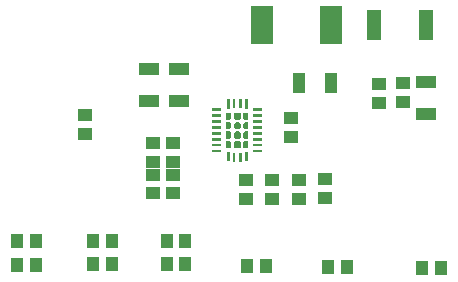
<source format=gtp>
G04 FAB 3000 Version 7.8.18 - Gerber/CAM Software*
G04 RS274-X Output*
%FSLAX44Y44*%
%MIA0B0*%
%MOMM*%
%SFA1.000000B1.000000*%

%IPPOS*%
%ADD10R,1.300000X1.000000*%
%ADD11R,1.000000X1.300000*%
%ADD12R,1.100000X1.700000*%
%ADD13R,1.200000X2.599990*%
%ADD14R,1.700000X1.100000*%
%ADD15R,2.050010X3.049980*%
%ADD16R,0.280010X0.850010*%
%ADD17R,0.850010X0.280010*%
%ADD18R,1.949980X3.199990*%
%ADD19C,0.254000*%
%ADD20C,0.127000*%
%ADD21C,3.299990*%
%ADD22C,2.100000*%
%ADD23R,2.100000X2.100000*%
%ADD24R,2.100000X2.100000*%
%ADD25R,1.500000X1.500000*%
%ADD26C,1.500000*%
%ADD27C,0.660400*%
%ADD28C,0.025400*%
%ADD29C,0.200000*%
%ADD30C,0.152400*%
%ADD31C,0.076200*%
%ADD32C,6.999990*%
%ADD33C,0.100000*%
%ADD34C,0.050800*%
%ADD35C,0.067690*%
%LNcartercharger_0*%
%LPD*%
G36*
X448563Y1006855D02*
G01Y1002537D01*
X442721D01*
Y1006855D01*
X444245Y1008379D01*
X447039D01*
X448563Y1006855D01*
G37*
G36*
X455167Y1002537D02*
G01X450595D01*
Y1006855D01*
X452119Y1008379D01*
X455167D01*
Y1002537D01*
G37*
G36*
X440689Y1006855D02*
G01Y1002537D01*
X436117D01*
Y1008379D01*
X439165D01*
X440689Y1006855D01*
G37*
G54D10*
X490981Y1011681D03*
X316991Y1013713D03*
Y1029715D03*
G54D11*
X323341Y903985D03*
X275081Y903477D03*
X259079D03*
X275081Y923543D03*
X259079D03*
X323341D03*
X339343D03*
X385825D03*
X401827D03*
X339343Y903985D03*
X385825Y904239D03*
X401827D03*
G54D10*
X374395Y979677D03*
Y963675D03*
X391413Y979677D03*
Y963675D03*
Y990599D03*
X374395D03*
G36*
X432307Y1008379D02*
G01X424433D01*
Y1010919D01*
X432307D01*
Y1008379D01*
G37*
G36*
Y1003553D02*
G01X424433D01*
Y1005839D01*
X432307D01*
Y1003553D01*
G37*
G36*
Y1013459D02*
G01X424433D01*
Y1015745D01*
X432307D01*
Y1013459D01*
G37*
G36*
Y998473D02*
G01X424433D01*
Y1000759D01*
X432307D01*
Y998473D01*
G37*
G36*
Y1033525D02*
G01X424433D01*
Y1035811D01*
X432307D01*
Y1033525D01*
G37*
G36*
Y1028445D02*
G01X424433D01*
Y1030731D01*
X432307D01*
Y1028445D01*
G37*
G36*
Y1018539D02*
G01X424433D01*
Y1020825D01*
X432307D01*
Y1018539D01*
G37*
G36*
Y1023619D02*
G01X424433D01*
Y1025905D01*
X432307D01*
Y1023619D01*
G37*
G54D10*
X374395Y1006601D03*
G54D14*
X370839Y1068831D03*
Y1041653D03*
X396239Y1068831D03*
Y1041653D03*
G54D10*
X391413Y1006601D03*
G54D18*
X524763Y1106169D03*
G54D12*
Y1057147D03*
G54D10*
X565403Y1056639D03*
G54D14*
X605789Y1058163D03*
Y1031239D03*
G54D13*
Y1106423D03*
X561847D03*
G54D10*
X565403Y1040637D03*
X585723Y1057401D03*
Y1041399D03*
G54D18*
X466343Y1106169D03*
G54D10*
X490981Y1027683D03*
G54D12*
X497839Y1057147D03*
G54D11*
X538225Y901699D03*
X522223D03*
X453897Y902207D03*
X469899D03*
X602487Y900937D03*
X618489D03*
G36*
X466851Y1003553D02*
G01X458977D01*
Y1005839D01*
X466851D01*
Y1003553D01*
G37*
G36*
X439419Y990853D02*
G01X436879D01*
Y998981D01*
X439419D01*
Y990853D01*
G37*
G36*
X454405D02*
G01X452119D01*
Y998981D01*
X454405D01*
Y990853D01*
G37*
G54D10*
X520191Y960119D03*
Y976121D03*
X453135Y975105D03*
Y959103D03*
X474979Y975105D03*
Y959103D03*
X497585D03*
Y975105D03*
G36*
X466851Y998473D02*
G01X458977D01*
Y1000759D01*
X466851D01*
Y998473D01*
G37*
G36*
X449325Y990599D02*
G01X447293D01*
Y997965D01*
X449325D01*
Y990599D01*
G37*
G36*
X443991D02*
G01X441959D01*
Y997965D01*
X443991D01*
Y990599D01*
G37*
G36*
X440689Y1014729D02*
G01Y1011681D01*
X439165Y1010157D01*
X436117D01*
Y1016253D01*
X439165D01*
X440689Y1014729D01*
G37*
G36*
X443991Y1036319D02*
G01X441959D01*
Y1043685D01*
X443991D01*
Y1036319D01*
G37*
G36*
X449325D02*
G01X447293D01*
Y1043685D01*
X449325D01*
Y1036319D01*
G37*
G36*
X439419Y1035303D02*
G01X436879D01*
Y1043431D01*
X439419D01*
Y1035303D01*
G37*
G36*
X440689Y1022603D02*
G01Y1019555D01*
X439165Y1018031D01*
X436117D01*
Y1024127D01*
X439165D01*
X440689Y1022603D01*
G37*
G36*
X448563D02*
G01Y1019555D01*
X447039Y1018031D01*
X444245D01*
X442721Y1019555D01*
Y1022603D01*
X444245Y1024127D01*
X447039D01*
X448563Y1022603D01*
G37*
G36*
Y1027429D02*
G01X447039Y1025905D01*
X444245D01*
X442721Y1027429D01*
Y1031747D01*
X448563D01*
Y1027429D01*
G37*
G36*
X440689D02*
G01X439165Y1025905D01*
X436117D01*
Y1031747D01*
X440689D01*
Y1027429D01*
G37*
G36*
X448563Y1014729D02*
G01Y1011681D01*
X447039Y1010157D01*
X444245D01*
X442721Y1011681D01*
Y1014729D01*
X444245Y1016253D01*
X447039D01*
X448563Y1014729D01*
G37*
G36*
X455167Y1025905D02*
G01X452119D01*
X450595Y1027429D01*
Y1031747D01*
X455167D01*
Y1025905D01*
G37*
G36*
Y1018031D02*
G01X452119D01*
X450595Y1019555D01*
Y1022603D01*
X452119Y1024127D01*
X455167D01*
Y1018031D01*
G37*
G36*
Y1010157D02*
G01X452119D01*
X450595Y1011681D01*
Y1014729D01*
X452119Y1016253D01*
X455167D01*
Y1010157D01*
G37*
G36*
X466851Y1008379D02*
G01X458977D01*
Y1010919D01*
X466851D01*
Y1008379D01*
G37*
G36*
Y1028445D02*
G01X458977D01*
Y1030731D01*
X466851D01*
Y1028445D01*
G37*
G36*
Y1033525D02*
G01X458977D01*
Y1035811D01*
X466851D01*
Y1033525D01*
G37*
G36*
X454405Y1035303D02*
G01X452119D01*
Y1043431D01*
X454405D01*
Y1035303D01*
G37*
G36*
X466851Y1023619D02*
G01X458977D01*
Y1025905D01*
X466851D01*
Y1023619D01*
G37*
G36*
Y1018539D02*
G01X458977D01*
Y1020825D01*
X466851D01*
Y1018539D01*
G37*
G36*
Y1013459D02*
G01X458977D01*
Y1015745D01*
X466851D01*
Y1013459D01*
G37*
M02*
</source>
